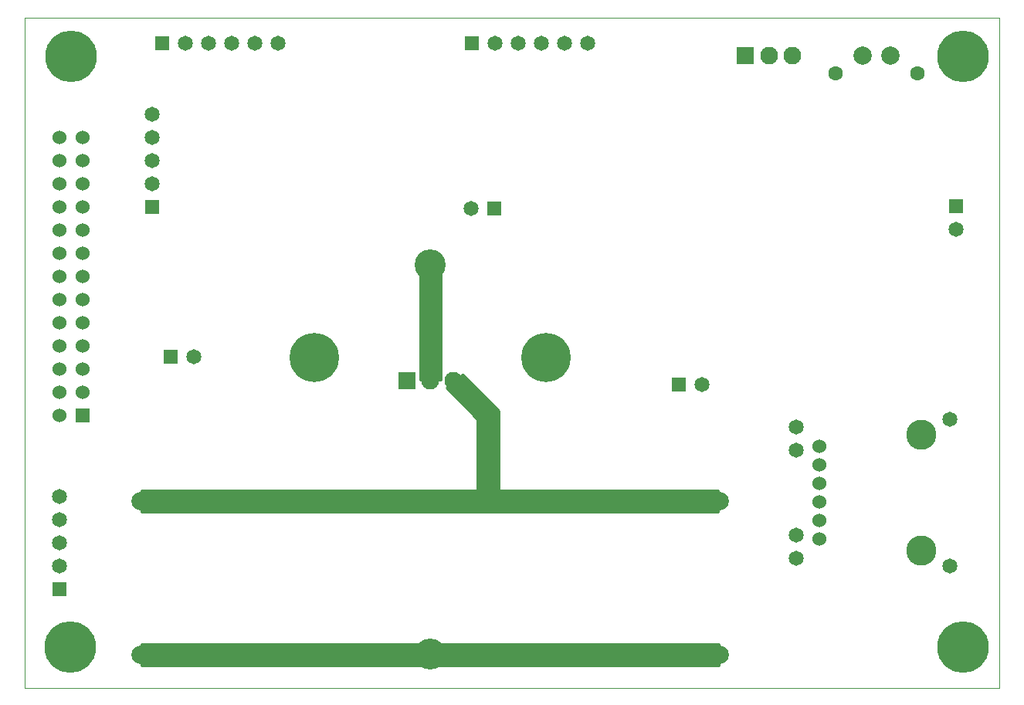
<source format=gbs>
%FSLAX46Y46*%
G04 Gerber Fmt 4.6, Leading zero omitted, Abs format (unit mm)*
G04 Created by KiCad (PCBNEW (2014-09-25 BZR 5147)-product) date Tue 30 Sep 2014 08:55:43 AM EDT*
%MOMM*%
G01*
G04 APERTURE LIST*
%ADD10C,0.100000*%
%ADD11C,5.650000*%
%ADD12R,1.650000X1.650000*%
%ADD13C,1.650000*%
%ADD14C,1.524000*%
%ADD15C,1.651000*%
%ADD16C,3.302000*%
%ADD17C,5.400000*%
%ADD18C,3.400000*%
%ADD19R,1.950000X1.950000*%
%ADD20C,1.950000*%
%ADD21C,2.000000*%
%ADD22C,1.600000*%
%ADD23R,1.524000X1.524000*%
%ADD24C,0.254000*%
G04 APERTURE END LIST*
D10*
X100000000Y-139500000D02*
X100000000Y-66000000D01*
X206800000Y-139500000D02*
X100000000Y-139500000D01*
X206800000Y-66000000D02*
X206800000Y-139500000D01*
X100000000Y-66000000D02*
X206800000Y-66000000D01*
D11*
X202860000Y-70310540D03*
X105070000Y-70310000D03*
X105000000Y-135000000D03*
X202860000Y-135080540D03*
D12*
X148970000Y-68810540D03*
D13*
X151510000Y-68810540D03*
X154050000Y-68810540D03*
X156590000Y-68810540D03*
X159130000Y-68810540D03*
X161670000Y-68810540D03*
D12*
X115070000Y-68810540D03*
D13*
X117610000Y-68810540D03*
X120150000Y-68810540D03*
X122690000Y-68810540D03*
X125230000Y-68810540D03*
X127770000Y-68810540D03*
D14*
X187070000Y-113030540D03*
X187070000Y-115062540D03*
X187070000Y-117094540D03*
X187070000Y-119126540D03*
X187070000Y-121158540D03*
X187070000Y-123190540D03*
D15*
X184606200Y-110896940D03*
X184606200Y-113436940D03*
X184606200Y-122784140D03*
X184606200Y-125324140D03*
D16*
X198246000Y-124460540D03*
X198246000Y-111760540D03*
D15*
X201421000Y-110046040D03*
X201421000Y-126175040D03*
D12*
X202070000Y-86710540D03*
D13*
X202070000Y-89250540D03*
D12*
X171690000Y-106290000D03*
D13*
X174230000Y-106290000D03*
D12*
X115990000Y-103240000D03*
D13*
X118530000Y-103240000D03*
D12*
X113960000Y-86820000D03*
D13*
X113960000Y-84280000D03*
X113960000Y-81740000D03*
X113960000Y-79200000D03*
X113960000Y-76660000D03*
D12*
X103800000Y-128730000D03*
D13*
X103800000Y-126190000D03*
X103800000Y-123650000D03*
X103800000Y-121110000D03*
X103800000Y-118570000D03*
D17*
X131740000Y-103330000D03*
X157140000Y-103330000D03*
D18*
X144440000Y-135842540D03*
X144440000Y-93170000D03*
D19*
X141890000Y-105870000D03*
D20*
X144440000Y-105870000D03*
X146990000Y-105870000D03*
D19*
X179020000Y-70210540D03*
D20*
X181570000Y-70210540D03*
X184120000Y-70210540D03*
D21*
X176190000Y-119010000D03*
X176190000Y-135910000D03*
X169840000Y-119010000D03*
X169840000Y-135910000D03*
X163490000Y-119010000D03*
X163490000Y-135910000D03*
X157140000Y-119010000D03*
X157140000Y-135910000D03*
X150790000Y-119010000D03*
X150790000Y-135910000D03*
X138090000Y-119010000D03*
X138090000Y-135910000D03*
X131740000Y-119010000D03*
X131740000Y-135910000D03*
X125390000Y-119010000D03*
X125390000Y-135910000D03*
X119040000Y-119010000D03*
X119040000Y-135910000D03*
X112690000Y-119010000D03*
X112690000Y-135910000D03*
X194870000Y-70210540D03*
X191870000Y-70210540D03*
D22*
X188870000Y-72170540D03*
X197870000Y-72170540D03*
D23*
X106340000Y-109680000D03*
D14*
X103800000Y-109680000D03*
X106340000Y-107140000D03*
X103800000Y-107140000D03*
X106340000Y-104600000D03*
X103800000Y-104600000D03*
X106340000Y-102060000D03*
X103800000Y-102060000D03*
X106340000Y-99520000D03*
X103800000Y-99520000D03*
X106340000Y-96980000D03*
X103800000Y-96980000D03*
X106340000Y-94440000D03*
X103800000Y-94440000D03*
X106340000Y-91900000D03*
X103800000Y-91900000D03*
X106340000Y-89360000D03*
X103800000Y-89360000D03*
X106340000Y-86820000D03*
X103800000Y-86820000D03*
X106340000Y-84280000D03*
X103800000Y-84280000D03*
X106340000Y-81740000D03*
X103800000Y-81740000D03*
X106340000Y-79200000D03*
X103800000Y-79200000D03*
D12*
X151470000Y-86910540D03*
D13*
X148930000Y-86910540D03*
D24*
G36*
X176043000Y-120183540D02*
X112797000Y-120183540D01*
X112797000Y-117837540D01*
X149597000Y-117837540D01*
X149597000Y-110059010D01*
X146256105Y-106619853D01*
X147962632Y-105182777D01*
X151943000Y-109163145D01*
X151943000Y-117837540D01*
X176043000Y-117837540D01*
X176043000Y-120183540D01*
X176043000Y-120183540D01*
G37*
X176043000Y-120183540D02*
X112797000Y-120183540D01*
X112797000Y-117837540D01*
X149597000Y-117837540D01*
X149597000Y-110059010D01*
X146256105Y-106619853D01*
X147962632Y-105182777D01*
X151943000Y-109163145D01*
X151943000Y-117837540D01*
X176043000Y-117837540D01*
X176043000Y-120183540D01*
G36*
X145643000Y-105783540D02*
X143297000Y-105783540D01*
X143297000Y-93237540D01*
X145643000Y-93237540D01*
X145643000Y-105783540D01*
X145643000Y-105783540D01*
G37*
X145643000Y-105783540D02*
X143297000Y-105783540D01*
X143297000Y-93237540D01*
X145643000Y-93237540D01*
X145643000Y-105783540D01*
G36*
X176143000Y-137083540D02*
X112797000Y-137083540D01*
X112797000Y-134737540D01*
X176143000Y-134737540D01*
X176143000Y-137083540D01*
X176143000Y-137083540D01*
G37*
X176143000Y-137083540D02*
X112797000Y-137083540D01*
X112797000Y-134737540D01*
X176143000Y-134737540D01*
X176143000Y-137083540D01*
M02*

</source>
